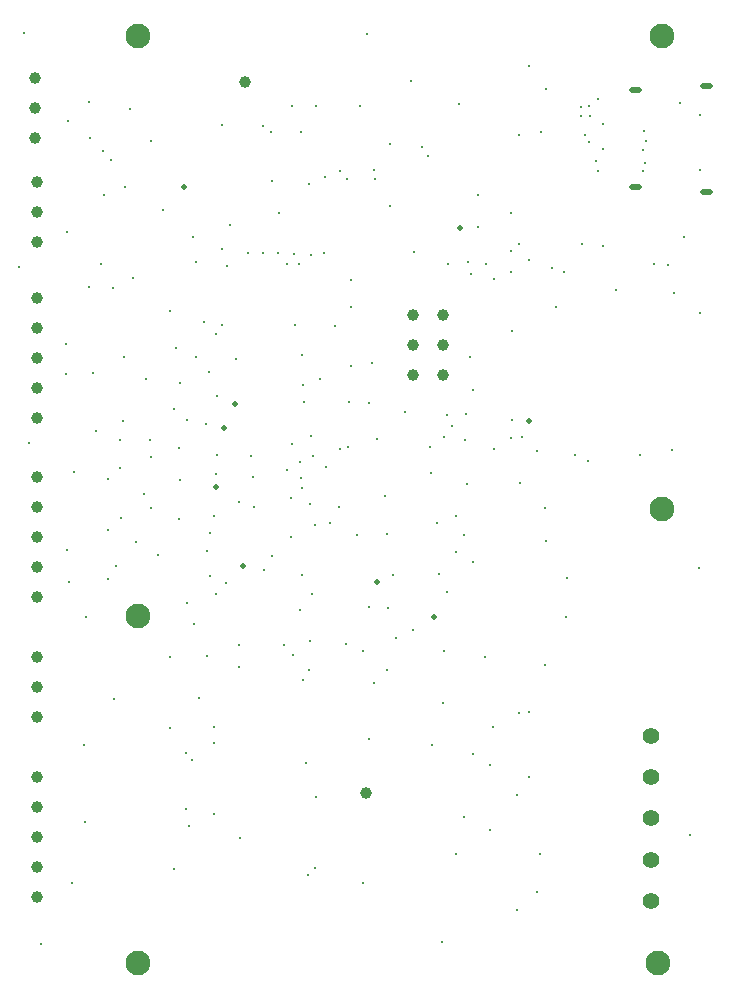
<source format=gbr>
%TF.GenerationSoftware,KiCad,Pcbnew,9.0.2*%
%TF.CreationDate,2025-07-10T16:01:35+01:00*%
%TF.ProjectId,FastStepper,46617374-5374-4657-9070-65722e6b6963,rev?*%
%TF.SameCoordinates,PX71f712cPY8e18f40*%
%TF.FileFunction,Plated,1,4,PTH,Mixed*%
%TF.FilePolarity,Positive*%
%FSLAX46Y46*%
G04 Gerber Fmt 4.6, Leading zero omitted, Abs format (unit mm)*
G04 Created by KiCad (PCBNEW 9.0.2) date 2025-07-10 16:01:35*
%MOMM*%
%LPD*%
G01*
G04 APERTURE LIST*
%TA.AperFunction,ViaDrill*%
%ADD10C,0.220000*%
%TD*%
%TA.AperFunction,ViaDrill*%
%ADD11C,0.300000*%
%TD*%
%TA.AperFunction,ComponentDrill*%
%ADD12C,0.500000*%
%TD*%
G04 aperture for slot hole*
%TA.AperFunction,ComponentDrill*%
%ADD13C,0.500000*%
%TD*%
%TA.AperFunction,ComponentDrill*%
%ADD14C,1.000000*%
%TD*%
%TA.AperFunction,ComponentDrill*%
%ADD15C,1.422400*%
%TD*%
%TA.AperFunction,ComponentDrill*%
%ADD16C,2.098040*%
%TD*%
G04 APERTURE END LIST*
D10*
X1824000Y61937400D03*
X2298900Y81700000D03*
X2662000Y47024400D03*
X3698900Y4600000D03*
X5800000Y52819400D03*
X5850000Y55419400D03*
X5877000Y37950400D03*
X5948900Y64900000D03*
X5998900Y74250000D03*
X6098900Y35200000D03*
X6350000Y9745400D03*
X6512000Y44554400D03*
X7366000Y21429400D03*
X7398900Y14900000D03*
X7498900Y32300000D03*
X7748900Y60250000D03*
X7811000Y75919400D03*
X7898900Y72853400D03*
X8100000Y52919400D03*
X8400000Y48028400D03*
X8788000Y62200000D03*
X8998900Y71700000D03*
X9015000Y68008400D03*
X9397600Y43959200D03*
X9423000Y39615800D03*
X9423000Y35526400D03*
X9598900Y71000000D03*
X9798900Y60100000D03*
X9906000Y25366400D03*
X10098900Y36600000D03*
X10383000Y44864400D03*
X10414000Y47250000D03*
X10510000Y40673400D03*
X10674022Y48890098D03*
X10748900Y54250000D03*
X10800000Y68700000D03*
X11248900Y75265946D03*
X11498900Y61000000D03*
X11780000Y38641400D03*
X12415000Y42703400D03*
X12619000Y52442400D03*
X12948900Y47294409D03*
X12984407Y45861112D03*
X12998900Y72600000D03*
X12998900Y41500000D03*
X13598900Y37500000D03*
X14000000Y66719400D03*
X14598900Y58200000D03*
X14605000Y28922400D03*
X14640206Y22919083D03*
X14998900Y49900000D03*
X14998900Y10924000D03*
X15113000Y55084400D03*
X15358000Y40567200D03*
X15367000Y46575400D03*
X15447144Y43876105D03*
X15459045Y52115945D03*
X15978900Y20794000D03*
X16022900Y15984000D03*
X16050000Y48946400D03*
X16050000Y33442400D03*
X16248900Y14607000D03*
X16510000Y20207400D03*
X16600000Y64419400D03*
X16698900Y31700000D03*
X16798900Y62300000D03*
X16850000Y54323400D03*
X17103971Y25404591D03*
X17498900Y57250000D03*
X17653000Y48607400D03*
X17748900Y29000000D03*
X17777000Y37900400D03*
X17907000Y53052400D03*
X17998900Y35750000D03*
X18015810Y39385267D03*
X18356943Y15593466D03*
X18363900Y21595000D03*
X18372200Y40867000D03*
X18382955Y22985514D03*
X18498900Y34250000D03*
X18511000Y56265400D03*
X18542000Y44416400D03*
X18584000Y50996400D03*
X18589000Y46000400D03*
X18998900Y73900000D03*
X18998900Y63400000D03*
X18998900Y57000000D03*
X19390000Y35123400D03*
X19498900Y62020159D03*
X19748900Y65500000D03*
X20198900Y54100000D03*
X20498900Y42000000D03*
X20498900Y28033400D03*
X20506144Y29913046D03*
X20574000Y13555400D03*
X21198900Y63116600D03*
X21498900Y45900000D03*
X21698900Y44100000D03*
X21748900Y41628826D03*
X22498900Y73830269D03*
X22498900Y63116600D03*
X22603000Y36238400D03*
X23171604Y73330269D03*
X23248900Y37443400D03*
X23298900Y69200000D03*
X23798900Y63100000D03*
X23898900Y66500000D03*
X24257000Y29938400D03*
X24498900Y62200000D03*
X24498900Y44750000D03*
X24892000Y42384400D03*
X24892000Y39081400D03*
X24998900Y75580269D03*
X24998900Y46900000D03*
X25019000Y29049400D03*
X25098900Y63000000D03*
X25222000Y56965400D03*
X25598900Y62200000D03*
X25615000Y32845400D03*
X25641500Y45361401D03*
X25748900Y73330269D03*
X25767816Y44052669D03*
X25773000Y43200000D03*
X25778000Y35857400D03*
X25781000Y54449400D03*
X25878000Y51895400D03*
X25904698Y26913048D03*
X25998900Y50500000D03*
X26162000Y19905400D03*
X26298900Y10400000D03*
X26398900Y68900000D03*
X26416000Y27779400D03*
X26473200Y41840800D03*
X26498900Y30250000D03*
X26600000Y62900000D03*
X26600000Y47601100D03*
X26631000Y34242400D03*
X26748900Y45941000D03*
X26924000Y40049000D03*
X26950000Y11041400D03*
X26998900Y75580269D03*
X26998900Y17050000D03*
X27300000Y52419400D03*
X27698900Y63116600D03*
X27798900Y69500000D03*
X27805000Y44943900D03*
X28194000Y40225400D03*
X28600000Y56919400D03*
X28956000Y41622400D03*
X28998900Y70000000D03*
X28998900Y46487000D03*
X29533600Y30006400D03*
X29648900Y69400000D03*
X29726000Y46705400D03*
X29748900Y50500000D03*
X29928849Y53544688D03*
X29998900Y60800000D03*
X29998900Y58500000D03*
X30498900Y39250000D03*
X30748900Y75580269D03*
X30988000Y29430400D03*
X30988000Y9745400D03*
X31298900Y81600000D03*
X31457712Y50391220D03*
X31496000Y21937400D03*
X31506148Y33154591D03*
X31698900Y53800000D03*
X31923900Y70100000D03*
X31940930Y26666668D03*
X31998900Y69400000D03*
X32150000Y47311400D03*
X32864000Y42561400D03*
X33000000Y39319400D03*
X33020000Y27779400D03*
X33064000Y33029400D03*
X33298900Y72300000D03*
X33298900Y67100000D03*
X33498900Y35800000D03*
X33748900Y30500000D03*
X34550000Y49619400D03*
X34998900Y77700000D03*
X35179000Y31208400D03*
X35300000Y63192400D03*
X35998900Y72100000D03*
X36498900Y71300000D03*
X36630000Y46705400D03*
X36748900Y44500000D03*
X36830000Y21429400D03*
X37262000Y40208400D03*
X37398900Y35900000D03*
X37698900Y4800000D03*
X37719000Y25000000D03*
X37795030Y47486263D03*
X37798900Y29400000D03*
X38062000Y49345400D03*
X38100800Y34380200D03*
X38143828Y62200000D03*
X38492000Y48419400D03*
X38811200Y40858600D03*
X38837000Y37750000D03*
X38837000Y12250000D03*
X39098900Y75685000D03*
X39493900Y39250000D03*
X39493900Y15305000D03*
X39598900Y47300000D03*
X39698900Y49500000D03*
X39750000Y43549400D03*
X39898900Y62300000D03*
X39998900Y54250000D03*
X40098900Y61300000D03*
X40248900Y51500000D03*
X40248900Y36929147D03*
X40248900Y20700000D03*
X40733800Y68000000D03*
X40741350Y65257550D03*
X41298900Y28855000D03*
X41402000Y62196400D03*
X41748900Y19750000D03*
X41748900Y14250000D03*
X41998900Y22953400D03*
X42032600Y60900283D03*
X42055733Y46532159D03*
X43498900Y66500000D03*
X43498900Y63250000D03*
X43498900Y61500000D03*
X43498900Y47400000D03*
X43570580Y48964805D03*
X43598900Y56500000D03*
X43998900Y17200000D03*
X43998900Y7500000D03*
X44198900Y73100000D03*
X44198900Y63900000D03*
X44212670Y24109908D03*
X44298900Y43600000D03*
X44398900Y47500000D03*
X44998900Y78900000D03*
X44998900Y62500000D03*
X44998900Y24250000D03*
X44998900Y18750000D03*
X45698900Y46300000D03*
X45748900Y9000000D03*
X45998900Y12230677D03*
X46029400Y73330500D03*
X46398900Y41500000D03*
X46398900Y28200000D03*
X46498900Y76955000D03*
X46498900Y38750000D03*
X46998900Y61800000D03*
X47298900Y58550000D03*
X47998900Y61500000D03*
X48898900Y46000000D03*
X49398900Y75500000D03*
X49398900Y74700000D03*
X49498900Y63900000D03*
X49780750Y73070683D03*
X49998900Y45450000D03*
X50137811Y75538908D03*
X50143512Y72462500D03*
X50197328Y74706468D03*
X50698900Y70900000D03*
X50898900Y76100000D03*
X50898900Y70000000D03*
X51298900Y74000000D03*
X51298900Y71900000D03*
X51321845Y63660869D03*
X52398900Y60000000D03*
X54398900Y46010000D03*
X54667779Y70011480D03*
X54698900Y71800000D03*
X54798900Y73460389D03*
X54891618Y70674730D03*
X54900699Y72563520D03*
X55640201Y62149454D03*
X56808900Y62100000D03*
X57098900Y46400000D03*
X57285136Y59713764D03*
X57798900Y75800000D03*
X58144865Y64435266D03*
X58698900Y13800000D03*
X59488900Y70140106D03*
X59498900Y58000000D03*
X59529006Y74800000D03*
D11*
X48198900Y32300000D03*
X48248900Y35600000D03*
X59433666Y36450000D03*
D12*
%TO.C,TP10*%
X15798900Y68700000D03*
%TO.C,TP6*%
X18525000Y43243400D03*
%TO.C,TP5*%
X19248900Y48250000D03*
%TO.C,TP4*%
X20098900Y50300000D03*
%TO.C,TP8*%
X20794200Y36563200D03*
%TO.C,TP9*%
X32164000Y35273400D03*
%TO.C,TP11*%
X36998900Y32250000D03*
%TO.C,TP13*%
X39198900Y65200000D03*
%TO.C,TP1*%
X44998900Y48900000D03*
D13*
%TO.C,J1*%
X54383900Y76917500D02*
X53783900Y76917500D01*
X54383900Y68657500D02*
X53783900Y68657500D01*
X60333900Y77277500D02*
X59733900Y77277500D01*
X60333900Y68297500D02*
X59733900Y68297500D01*
D14*
%TO.C,X3*%
X3200000Y77933400D03*
X3200000Y75393400D03*
X3200000Y72853400D03*
%TO.C,X4*%
X3356000Y69131400D03*
X3356000Y66591400D03*
X3356000Y64051400D03*
%TO.C,X2*%
X3400000Y59273400D03*
X3400000Y56733400D03*
X3400000Y54193400D03*
X3400000Y51653400D03*
X3400000Y49113400D03*
%TO.C,X5*%
X3400000Y44165400D03*
X3400000Y41625400D03*
X3400000Y39085400D03*
X3400000Y36545400D03*
X3400000Y34005400D03*
%TO.C,X10*%
X3400000Y28922400D03*
X3400000Y26382400D03*
X3400000Y23842400D03*
%TO.C,X9*%
X3400000Y18762400D03*
X3400000Y16222400D03*
X3400000Y13682400D03*
X3400000Y11142400D03*
X3400000Y8602400D03*
%TO.C,J4*%
X20998900Y77600000D03*
%TO.C,J6*%
X31198900Y17400000D03*
%TO.C,SV2*%
X35208900Y57830000D03*
X35208900Y55290000D03*
X35208900Y52750000D03*
X37748900Y57830000D03*
X37748900Y55290000D03*
X37748900Y52750000D03*
D15*
%TO.C,X1*%
X55348900Y22225000D03*
X55348900Y18725000D03*
X55348900Y15225000D03*
X55348900Y11725000D03*
X55348900Y8225000D03*
D16*
%TO.C,SC1*%
X11898900Y81500000D03*
X11898900Y32400000D03*
X11898900Y3000000D03*
X55981414Y3000000D03*
X56248900Y81500000D03*
X56248900Y41400000D03*
M02*

</source>
